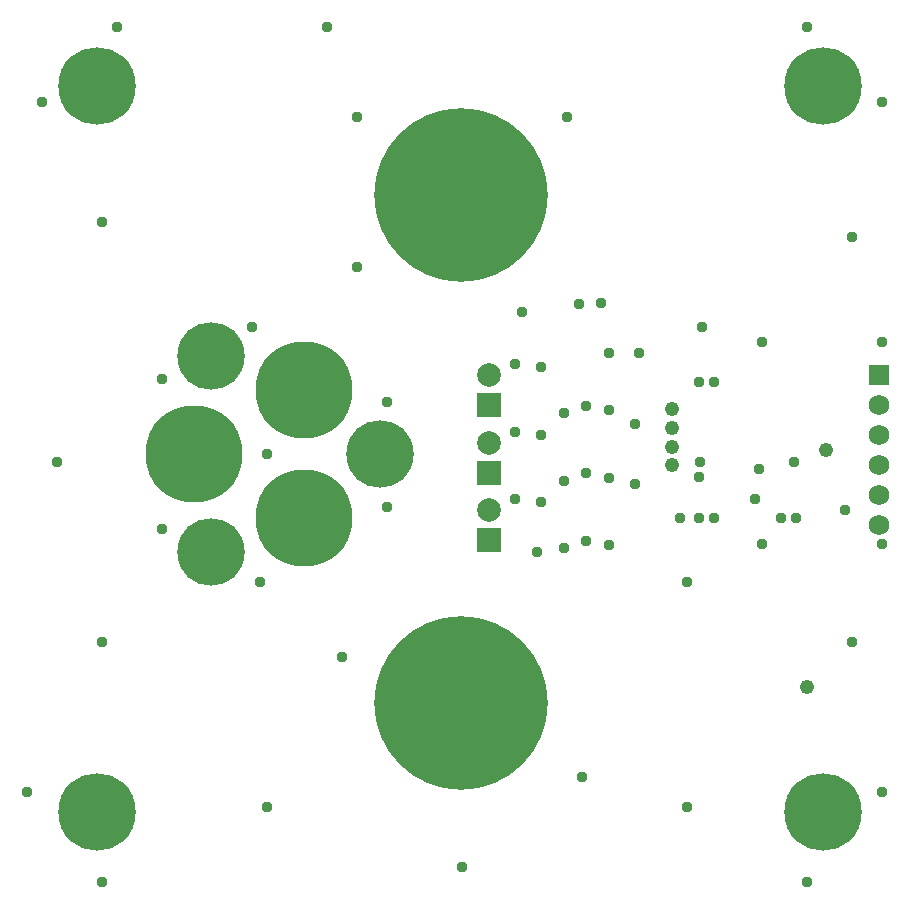
<source format=gbr>
G04 EAGLE Gerber RS-274X export*
G75*
%MOMM*%
%FSLAX34Y34*%
%LPD*%
%INSoldermask Bottom*%
%IPPOS*%
%AMOC8*
5,1,8,0,0,1.08239X$1,22.5*%
G01*
%ADD10C,14.703200*%
%ADD11C,1.221200*%
%ADD12R,2.003200X2.003200*%
%ADD13C,2.003200*%
%ADD14C,8.203200*%
%ADD15C,5.703200*%
%ADD16R,1.727200X1.727200*%
%ADD17C,1.727200*%
%ADD18C,6.553200*%
%ADD19C,0.959600*%


D10*
X455828Y670000D03*
X455828Y240000D03*
D11*
X635000Y488950D03*
X635000Y473075D03*
X635000Y457200D03*
X635000Y441325D03*
D12*
X479425Y377825D03*
D13*
X479425Y403225D03*
D12*
X479425Y434975D03*
D13*
X479425Y460375D03*
D12*
X479425Y492125D03*
D13*
X479425Y517525D03*
D11*
X765175Y454025D03*
D14*
X323350Y504977D03*
X229600Y450850D03*
X323350Y396723D03*
D15*
X244300Y368058D03*
X244300Y533642D03*
X387700Y450850D03*
D16*
X809625Y517525D03*
D17*
X809625Y492125D03*
X809625Y466725D03*
X809625Y441325D03*
X809625Y415925D03*
X809625Y390525D03*
D18*
X147500Y762450D03*
X147500Y147500D03*
X762450Y147500D03*
X762450Y762450D03*
D11*
X749300Y254000D03*
D19*
X555625Y578106D03*
X581025Y536657D03*
X574675Y578656D03*
X606425Y536575D03*
X738350Y444500D03*
X658650Y444500D03*
X669925Y396444D03*
X657225Y396444D03*
X657225Y511606D03*
X669925Y511606D03*
X542925Y485344D03*
X561975Y491694D03*
X581025Y488144D03*
X523875Y524306D03*
X542925Y428194D03*
X561975Y434544D03*
X581025Y430994D03*
X523875Y467156D03*
X542925Y371044D03*
X561975Y377394D03*
X581025Y373844D03*
X523875Y410006D03*
X641350Y396444D03*
X727075Y396444D03*
X739775Y396875D03*
X711200Y546100D03*
X812800Y546100D03*
X704850Y412750D03*
X781050Y403225D03*
X711200Y374650D03*
X812800Y374650D03*
X101600Y749300D03*
X152400Y647700D03*
X165100Y812800D03*
X342900Y812800D03*
X368300Y736600D03*
X546100Y736600D03*
X368300Y609600D03*
X508000Y571500D03*
X660400Y558800D03*
X787400Y635000D03*
X812800Y749300D03*
X749300Y812800D03*
X647700Y342900D03*
X787400Y292100D03*
X558800Y177800D03*
X647700Y152400D03*
X749300Y88900D03*
X812800Y165100D03*
X457200Y101600D03*
X355600Y279400D03*
X292100Y152400D03*
X152400Y88900D03*
X88900Y165100D03*
X152400Y292100D03*
X285750Y342900D03*
X203200Y387350D03*
X114300Y444500D03*
X203200Y514350D03*
X292100Y450850D03*
X393700Y406400D03*
X393700Y495300D03*
X279400Y558800D03*
X501650Y527050D03*
X501650Y469900D03*
X501650Y412750D03*
X603250Y425450D03*
X603250Y476250D03*
X520700Y368300D03*
X657225Y431800D03*
X708025Y438150D03*
M02*

</source>
